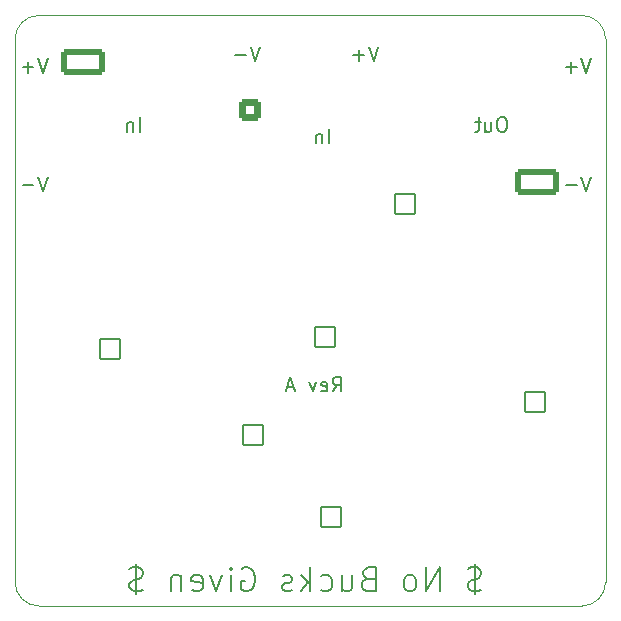
<source format=gbr>
%TF.GenerationSoftware,KiCad,Pcbnew,8.0.1*%
%TF.CreationDate,2024-04-20T12:15:38+02:00*%
%TF.ProjectId,nbg,6e62672e-6b69-4636-9164-5f7063625858,rev?*%
%TF.SameCoordinates,Original*%
%TF.FileFunction,Legend,Bot*%
%TF.FilePolarity,Positive*%
%FSLAX46Y46*%
G04 Gerber Fmt 4.6, Leading zero omitted, Abs format (unit mm)*
G04 Created by KiCad (PCBNEW 8.0.1) date 2024-04-20 12:15:38*
%MOMM*%
%LPD*%
G01*
G04 APERTURE LIST*
G04 Aperture macros list*
%AMRoundRect*
0 Rectangle with rounded corners*
0 $1 Rounding radius*
0 $2 $3 $4 $5 $6 $7 $8 $9 X,Y pos of 4 corners*
0 Add a 4 corners polygon primitive as box body*
4,1,4,$2,$3,$4,$5,$6,$7,$8,$9,$2,$3,0*
0 Add four circle primitives for the rounded corners*
1,1,$1+$1,$2,$3*
1,1,$1+$1,$4,$5*
1,1,$1+$1,$6,$7*
1,1,$1+$1,$8,$9*
0 Add four rect primitives between the rounded corners*
20,1,$1+$1,$2,$3,$4,$5,0*
20,1,$1+$1,$4,$5,$6,$7,0*
20,1,$1+$1,$6,$7,$8,$9,0*
20,1,$1+$1,$8,$9,$2,$3,0*%
G04 Aperture macros list end*
%ADD10C,0.200000*%
%ADD11RoundRect,0.050000X-0.850000X0.850000X-0.850000X-0.850000X0.850000X-0.850000X0.850000X0.850000X0*%
%ADD12O,1.800000X1.800000*%
%ADD13RoundRect,0.262019X1.587981X-0.827981X1.587981X0.827981X-1.587981X0.827981X-1.587981X-0.827981X0*%
%ADD14O,3.700000X2.180000*%
%ADD15RoundRect,0.050000X-0.850000X-0.850000X0.850000X-0.850000X0.850000X0.850000X-0.850000X0.850000X0*%
%ADD16RoundRect,0.262019X-1.587981X0.827981X-1.587981X-0.827981X1.587981X-0.827981X1.587981X0.827981X0*%
%ADD17RoundRect,0.050000X0.850000X-0.850000X0.850000X0.850000X-0.850000X0.850000X-0.850000X-0.850000X0*%
%ADD18RoundRect,0.264706X0.635294X-0.635294X0.635294X0.635294X-0.635294X0.635294X-0.635294X-0.635294X0*%
%ADD19C,1.800000*%
%ADD20RoundRect,0.050000X0.850000X0.850000X-0.850000X0.850000X-0.850000X-0.850000X0.850000X-0.850000X0*%
%ADD21C,0.700000*%
%TA.AperFunction,Profile*%
%ADD22C,0.050000*%
%TD*%
G04 APERTURE END LIST*
D10*
X55582707Y-59842742D02*
X55582707Y-58642742D01*
X55011278Y-59042742D02*
X55011278Y-59842742D01*
X55011278Y-59157028D02*
X54954135Y-59099885D01*
X54954135Y-59099885D02*
X54839850Y-59042742D01*
X54839850Y-59042742D02*
X54668421Y-59042742D01*
X54668421Y-59042742D02*
X54554135Y-59099885D01*
X54554135Y-59099885D02*
X54496993Y-59214171D01*
X54496993Y-59214171D02*
X54496993Y-59842742D01*
X75754136Y-52642742D02*
X75354136Y-53842742D01*
X75354136Y-53842742D02*
X74954136Y-52642742D01*
X74554136Y-53385600D02*
X73639851Y-53385600D01*
X74096993Y-53842742D02*
X74096993Y-52928457D01*
X93754136Y-63642742D02*
X93354136Y-64842742D01*
X93354136Y-64842742D02*
X92954136Y-63642742D01*
X92554136Y-64385600D02*
X91639851Y-64385600D01*
X86354136Y-58642742D02*
X86125564Y-58642742D01*
X86125564Y-58642742D02*
X86011279Y-58699885D01*
X86011279Y-58699885D02*
X85896993Y-58814171D01*
X85896993Y-58814171D02*
X85839850Y-59042742D01*
X85839850Y-59042742D02*
X85839850Y-59442742D01*
X85839850Y-59442742D02*
X85896993Y-59671314D01*
X85896993Y-59671314D02*
X86011279Y-59785600D01*
X86011279Y-59785600D02*
X86125564Y-59842742D01*
X86125564Y-59842742D02*
X86354136Y-59842742D01*
X86354136Y-59842742D02*
X86468422Y-59785600D01*
X86468422Y-59785600D02*
X86582707Y-59671314D01*
X86582707Y-59671314D02*
X86639850Y-59442742D01*
X86639850Y-59442742D02*
X86639850Y-59042742D01*
X86639850Y-59042742D02*
X86582707Y-58814171D01*
X86582707Y-58814171D02*
X86468422Y-58699885D01*
X86468422Y-58699885D02*
X86354136Y-58642742D01*
X84811279Y-59042742D02*
X84811279Y-59842742D01*
X85325564Y-59042742D02*
X85325564Y-59671314D01*
X85325564Y-59671314D02*
X85268421Y-59785600D01*
X85268421Y-59785600D02*
X85154136Y-59842742D01*
X85154136Y-59842742D02*
X84982707Y-59842742D01*
X84982707Y-59842742D02*
X84868421Y-59785600D01*
X84868421Y-59785600D02*
X84811279Y-59728457D01*
X84411279Y-59042742D02*
X83954136Y-59042742D01*
X84239850Y-58642742D02*
X84239850Y-59671314D01*
X84239850Y-59671314D02*
X84182707Y-59785600D01*
X84182707Y-59785600D02*
X84068422Y-59842742D01*
X84068422Y-59842742D02*
X83954136Y-59842742D01*
X84487469Y-98649600D02*
X84201755Y-98744838D01*
X84201755Y-98744838D02*
X83725564Y-98744838D01*
X83725564Y-98744838D02*
X83535088Y-98649600D01*
X83535088Y-98649600D02*
X83439850Y-98554361D01*
X83439850Y-98554361D02*
X83344612Y-98363885D01*
X83344612Y-98363885D02*
X83344612Y-98173409D01*
X83344612Y-98173409D02*
X83439850Y-97982933D01*
X83439850Y-97982933D02*
X83535088Y-97887695D01*
X83535088Y-97887695D02*
X83725564Y-97792457D01*
X83725564Y-97792457D02*
X84106517Y-97697219D01*
X84106517Y-97697219D02*
X84296993Y-97601980D01*
X84296993Y-97601980D02*
X84392231Y-97506742D01*
X84392231Y-97506742D02*
X84487469Y-97316266D01*
X84487469Y-97316266D02*
X84487469Y-97125790D01*
X84487469Y-97125790D02*
X84392231Y-96935314D01*
X84392231Y-96935314D02*
X84296993Y-96840076D01*
X84296993Y-96840076D02*
X84106517Y-96744838D01*
X84106517Y-96744838D02*
X83630326Y-96744838D01*
X83630326Y-96744838D02*
X83344612Y-96840076D01*
X83916041Y-96459123D02*
X83916041Y-99030552D01*
X80963659Y-98744838D02*
X80963659Y-96744838D01*
X80963659Y-96744838D02*
X79820802Y-98744838D01*
X79820802Y-98744838D02*
X79820802Y-96744838D01*
X78582707Y-98744838D02*
X78773183Y-98649600D01*
X78773183Y-98649600D02*
X78868421Y-98554361D01*
X78868421Y-98554361D02*
X78963659Y-98363885D01*
X78963659Y-98363885D02*
X78963659Y-97792457D01*
X78963659Y-97792457D02*
X78868421Y-97601980D01*
X78868421Y-97601980D02*
X78773183Y-97506742D01*
X78773183Y-97506742D02*
X78582707Y-97411504D01*
X78582707Y-97411504D02*
X78296992Y-97411504D01*
X78296992Y-97411504D02*
X78106516Y-97506742D01*
X78106516Y-97506742D02*
X78011278Y-97601980D01*
X78011278Y-97601980D02*
X77916040Y-97792457D01*
X77916040Y-97792457D02*
X77916040Y-98363885D01*
X77916040Y-98363885D02*
X78011278Y-98554361D01*
X78011278Y-98554361D02*
X78106516Y-98649600D01*
X78106516Y-98649600D02*
X78296992Y-98744838D01*
X78296992Y-98744838D02*
X78582707Y-98744838D01*
X74868420Y-97697219D02*
X74582706Y-97792457D01*
X74582706Y-97792457D02*
X74487468Y-97887695D01*
X74487468Y-97887695D02*
X74392230Y-98078171D01*
X74392230Y-98078171D02*
X74392230Y-98363885D01*
X74392230Y-98363885D02*
X74487468Y-98554361D01*
X74487468Y-98554361D02*
X74582706Y-98649600D01*
X74582706Y-98649600D02*
X74773182Y-98744838D01*
X74773182Y-98744838D02*
X75535087Y-98744838D01*
X75535087Y-98744838D02*
X75535087Y-96744838D01*
X75535087Y-96744838D02*
X74868420Y-96744838D01*
X74868420Y-96744838D02*
X74677944Y-96840076D01*
X74677944Y-96840076D02*
X74582706Y-96935314D01*
X74582706Y-96935314D02*
X74487468Y-97125790D01*
X74487468Y-97125790D02*
X74487468Y-97316266D01*
X74487468Y-97316266D02*
X74582706Y-97506742D01*
X74582706Y-97506742D02*
X74677944Y-97601980D01*
X74677944Y-97601980D02*
X74868420Y-97697219D01*
X74868420Y-97697219D02*
X75535087Y-97697219D01*
X72677944Y-97411504D02*
X72677944Y-98744838D01*
X73535087Y-97411504D02*
X73535087Y-98459123D01*
X73535087Y-98459123D02*
X73439849Y-98649600D01*
X73439849Y-98649600D02*
X73249373Y-98744838D01*
X73249373Y-98744838D02*
X72963658Y-98744838D01*
X72963658Y-98744838D02*
X72773182Y-98649600D01*
X72773182Y-98649600D02*
X72677944Y-98554361D01*
X70868420Y-98649600D02*
X71058896Y-98744838D01*
X71058896Y-98744838D02*
X71439849Y-98744838D01*
X71439849Y-98744838D02*
X71630325Y-98649600D01*
X71630325Y-98649600D02*
X71725563Y-98554361D01*
X71725563Y-98554361D02*
X71820801Y-98363885D01*
X71820801Y-98363885D02*
X71820801Y-97792457D01*
X71820801Y-97792457D02*
X71725563Y-97601980D01*
X71725563Y-97601980D02*
X71630325Y-97506742D01*
X71630325Y-97506742D02*
X71439849Y-97411504D01*
X71439849Y-97411504D02*
X71058896Y-97411504D01*
X71058896Y-97411504D02*
X70868420Y-97506742D01*
X70011277Y-98744838D02*
X70011277Y-96744838D01*
X69820801Y-97982933D02*
X69249372Y-98744838D01*
X69249372Y-97411504D02*
X70011277Y-98173409D01*
X68487467Y-98649600D02*
X68296991Y-98744838D01*
X68296991Y-98744838D02*
X67916039Y-98744838D01*
X67916039Y-98744838D02*
X67725562Y-98649600D01*
X67725562Y-98649600D02*
X67630324Y-98459123D01*
X67630324Y-98459123D02*
X67630324Y-98363885D01*
X67630324Y-98363885D02*
X67725562Y-98173409D01*
X67725562Y-98173409D02*
X67916039Y-98078171D01*
X67916039Y-98078171D02*
X68201753Y-98078171D01*
X68201753Y-98078171D02*
X68392229Y-97982933D01*
X68392229Y-97982933D02*
X68487467Y-97792457D01*
X68487467Y-97792457D02*
X68487467Y-97697219D01*
X68487467Y-97697219D02*
X68392229Y-97506742D01*
X68392229Y-97506742D02*
X68201753Y-97411504D01*
X68201753Y-97411504D02*
X67916039Y-97411504D01*
X67916039Y-97411504D02*
X67725562Y-97506742D01*
X64201752Y-96840076D02*
X64392228Y-96744838D01*
X64392228Y-96744838D02*
X64677942Y-96744838D01*
X64677942Y-96744838D02*
X64963657Y-96840076D01*
X64963657Y-96840076D02*
X65154133Y-97030552D01*
X65154133Y-97030552D02*
X65249371Y-97221028D01*
X65249371Y-97221028D02*
X65344609Y-97601980D01*
X65344609Y-97601980D02*
X65344609Y-97887695D01*
X65344609Y-97887695D02*
X65249371Y-98268647D01*
X65249371Y-98268647D02*
X65154133Y-98459123D01*
X65154133Y-98459123D02*
X64963657Y-98649600D01*
X64963657Y-98649600D02*
X64677942Y-98744838D01*
X64677942Y-98744838D02*
X64487466Y-98744838D01*
X64487466Y-98744838D02*
X64201752Y-98649600D01*
X64201752Y-98649600D02*
X64106514Y-98554361D01*
X64106514Y-98554361D02*
X64106514Y-97887695D01*
X64106514Y-97887695D02*
X64487466Y-97887695D01*
X63249371Y-98744838D02*
X63249371Y-97411504D01*
X63249371Y-96744838D02*
X63344609Y-96840076D01*
X63344609Y-96840076D02*
X63249371Y-96935314D01*
X63249371Y-96935314D02*
X63154133Y-96840076D01*
X63154133Y-96840076D02*
X63249371Y-96744838D01*
X63249371Y-96744838D02*
X63249371Y-96935314D01*
X62487466Y-97411504D02*
X62011276Y-98744838D01*
X62011276Y-98744838D02*
X61535085Y-97411504D01*
X60011275Y-98649600D02*
X60201751Y-98744838D01*
X60201751Y-98744838D02*
X60582704Y-98744838D01*
X60582704Y-98744838D02*
X60773180Y-98649600D01*
X60773180Y-98649600D02*
X60868418Y-98459123D01*
X60868418Y-98459123D02*
X60868418Y-97697219D01*
X60868418Y-97697219D02*
X60773180Y-97506742D01*
X60773180Y-97506742D02*
X60582704Y-97411504D01*
X60582704Y-97411504D02*
X60201751Y-97411504D01*
X60201751Y-97411504D02*
X60011275Y-97506742D01*
X60011275Y-97506742D02*
X59916037Y-97697219D01*
X59916037Y-97697219D02*
X59916037Y-97887695D01*
X59916037Y-97887695D02*
X60868418Y-98078171D01*
X59058894Y-97411504D02*
X59058894Y-98744838D01*
X59058894Y-97601980D02*
X58963656Y-97506742D01*
X58963656Y-97506742D02*
X58773180Y-97411504D01*
X58773180Y-97411504D02*
X58487465Y-97411504D01*
X58487465Y-97411504D02*
X58296989Y-97506742D01*
X58296989Y-97506742D02*
X58201751Y-97697219D01*
X58201751Y-97697219D02*
X58201751Y-98744838D01*
X55820798Y-98649600D02*
X55535084Y-98744838D01*
X55535084Y-98744838D02*
X55058893Y-98744838D01*
X55058893Y-98744838D02*
X54868417Y-98649600D01*
X54868417Y-98649600D02*
X54773179Y-98554361D01*
X54773179Y-98554361D02*
X54677941Y-98363885D01*
X54677941Y-98363885D02*
X54677941Y-98173409D01*
X54677941Y-98173409D02*
X54773179Y-97982933D01*
X54773179Y-97982933D02*
X54868417Y-97887695D01*
X54868417Y-97887695D02*
X55058893Y-97792457D01*
X55058893Y-97792457D02*
X55439846Y-97697219D01*
X55439846Y-97697219D02*
X55630322Y-97601980D01*
X55630322Y-97601980D02*
X55725560Y-97506742D01*
X55725560Y-97506742D02*
X55820798Y-97316266D01*
X55820798Y-97316266D02*
X55820798Y-97125790D01*
X55820798Y-97125790D02*
X55725560Y-96935314D01*
X55725560Y-96935314D02*
X55630322Y-96840076D01*
X55630322Y-96840076D02*
X55439846Y-96744838D01*
X55439846Y-96744838D02*
X54963655Y-96744838D01*
X54963655Y-96744838D02*
X54677941Y-96840076D01*
X55249370Y-96459123D02*
X55249370Y-99030552D01*
X71582707Y-60842742D02*
X71582707Y-59642742D01*
X71011278Y-60042742D02*
X71011278Y-60842742D01*
X71011278Y-60157028D02*
X70954135Y-60099885D01*
X70954135Y-60099885D02*
X70839850Y-60042742D01*
X70839850Y-60042742D02*
X70668421Y-60042742D01*
X70668421Y-60042742D02*
X70554135Y-60099885D01*
X70554135Y-60099885D02*
X70496993Y-60214171D01*
X70496993Y-60214171D02*
X70496993Y-60842742D01*
X71896993Y-81842742D02*
X72296993Y-81271314D01*
X72582707Y-81842742D02*
X72582707Y-80642742D01*
X72582707Y-80642742D02*
X72125564Y-80642742D01*
X72125564Y-80642742D02*
X72011279Y-80699885D01*
X72011279Y-80699885D02*
X71954136Y-80757028D01*
X71954136Y-80757028D02*
X71896993Y-80871314D01*
X71896993Y-80871314D02*
X71896993Y-81042742D01*
X71896993Y-81042742D02*
X71954136Y-81157028D01*
X71954136Y-81157028D02*
X72011279Y-81214171D01*
X72011279Y-81214171D02*
X72125564Y-81271314D01*
X72125564Y-81271314D02*
X72582707Y-81271314D01*
X70925564Y-81785600D02*
X71039850Y-81842742D01*
X71039850Y-81842742D02*
X71268422Y-81842742D01*
X71268422Y-81842742D02*
X71382707Y-81785600D01*
X71382707Y-81785600D02*
X71439850Y-81671314D01*
X71439850Y-81671314D02*
X71439850Y-81214171D01*
X71439850Y-81214171D02*
X71382707Y-81099885D01*
X71382707Y-81099885D02*
X71268422Y-81042742D01*
X71268422Y-81042742D02*
X71039850Y-81042742D01*
X71039850Y-81042742D02*
X70925564Y-81099885D01*
X70925564Y-81099885D02*
X70868422Y-81214171D01*
X70868422Y-81214171D02*
X70868422Y-81328457D01*
X70868422Y-81328457D02*
X71439850Y-81442742D01*
X70468422Y-81042742D02*
X70182708Y-81842742D01*
X70182708Y-81842742D02*
X69896993Y-81042742D01*
X68582707Y-81499885D02*
X68011279Y-81499885D01*
X68696993Y-81842742D02*
X68296993Y-80642742D01*
X68296993Y-80642742D02*
X67896993Y-81842742D01*
X65754136Y-52642742D02*
X65354136Y-53842742D01*
X65354136Y-53842742D02*
X64954136Y-52642742D01*
X64554136Y-53385600D02*
X63639851Y-53385600D01*
X47754136Y-63642742D02*
X47354136Y-64842742D01*
X47354136Y-64842742D02*
X46954136Y-63642742D01*
X46554136Y-64385600D02*
X45639851Y-64385600D01*
X47754136Y-53642742D02*
X47354136Y-54842742D01*
X47354136Y-54842742D02*
X46954136Y-53642742D01*
X46554136Y-54385600D02*
X45639851Y-54385600D01*
X46096993Y-54842742D02*
X46096993Y-53928457D01*
X93754136Y-53642742D02*
X93354136Y-54842742D01*
X93354136Y-54842742D02*
X92954136Y-53642742D01*
X92554136Y-54385600D02*
X91639851Y-54385600D01*
X92096993Y-54842742D02*
X92096993Y-53928457D01*
%LPC*%
D11*
%TO.C,J7*%
X71775000Y-92500000D03*
D12*
X69235000Y-92500000D03*
%TD*%
D13*
%TO.C,J6*%
X89222500Y-64080000D03*
D14*
X89222500Y-59000000D03*
X89222500Y-53920000D03*
%TD*%
D15*
%TO.C,J8*%
X89000000Y-82725000D03*
D12*
X89000000Y-85265000D03*
%TD*%
D11*
%TO.C,J1*%
X78000000Y-66000000D03*
D12*
X75460000Y-66000000D03*
%TD*%
D16*
%TO.C,J5*%
X50777500Y-53920000D03*
D14*
X50777500Y-59000000D03*
X50777500Y-64080000D03*
%TD*%
D11*
%TO.C,J4*%
X65133800Y-85500000D03*
D12*
X62593800Y-85500000D03*
%TD*%
D17*
%TO.C,J3*%
X71225000Y-77199200D03*
D12*
X73765000Y-77199200D03*
%TD*%
D18*
%TO.C,J9*%
X64920000Y-58000000D03*
D19*
X64920000Y-55460000D03*
X67460000Y-58000000D03*
X67460000Y-55460000D03*
X70000000Y-58000000D03*
X70000000Y-55460000D03*
X72540000Y-58000000D03*
X72540000Y-55460000D03*
X75080000Y-58000000D03*
X75080000Y-55460000D03*
%TD*%
D20*
%TO.C,J2*%
X53000000Y-78275000D03*
D12*
X53000000Y-75735000D03*
%TD*%
D21*
X85790339Y-88318963D03*
X82500000Y-70000000D03*
X77647600Y-69998819D03*
X55000000Y-72500000D03*
X55000000Y-67500000D03*
X52500000Y-62500000D03*
X77500000Y-62500000D03*
X62500000Y-62500000D03*
X82500000Y-62500000D03*
X67500000Y-62500000D03*
X72500000Y-62500000D03*
X57500000Y-62500000D03*
X87500000Y-57500000D03*
X87500000Y-82500000D03*
X87500000Y-67500000D03*
X87500000Y-72500000D03*
X87500000Y-77500000D03*
X87500000Y-62500000D03*
X92500000Y-67500000D03*
X92500000Y-92500000D03*
X92500000Y-77500000D03*
X92500000Y-97500000D03*
X92500000Y-82500000D03*
X92500000Y-87500000D03*
X92500000Y-62500000D03*
X92500000Y-57500000D03*
X92500000Y-52500000D03*
X87500000Y-52500000D03*
X82500000Y-52500000D03*
X77500000Y-52500000D03*
X72500000Y-52500000D03*
X67500000Y-52500000D03*
X62500000Y-52500000D03*
X57500000Y-52500000D03*
X47500000Y-52500000D03*
X47500000Y-57500000D03*
X47500000Y-62500000D03*
X47500000Y-67500000D03*
X47500000Y-72500000D03*
X47500000Y-77500000D03*
X47500000Y-97500000D03*
X47500000Y-92500000D03*
X47500000Y-87500000D03*
X47500000Y-82500000D03*
X50000000Y-80000000D03*
X55000000Y-80000000D03*
X60000000Y-80000000D03*
X65000000Y-80000000D03*
X70000000Y-80000000D03*
X65000000Y-90000000D03*
X70000000Y-90000000D03*
X70000000Y-85000000D03*
X75000000Y-82500000D03*
X75000000Y-87500000D03*
X65000000Y-95000000D03*
X70000000Y-95000000D03*
X75000000Y-95000000D03*
X76942449Y-98390697D03*
X71203728Y-98079850D03*
X66774152Y-98169517D03*
X62111440Y-96651147D03*
X82000000Y-98000000D03*
X81000000Y-88500000D03*
X54288800Y-86014000D03*
X50682000Y-90382800D03*
X63900000Y-66199200D03*
X78100000Y-87300000D03*
X84000000Y-86800000D03*
X54288800Y-86928400D03*
X67500000Y-72299200D03*
X54288800Y-83423200D03*
X81000000Y-90500000D03*
X54288800Y-82508800D03*
X54288800Y-81594400D03*
X79900000Y-95600000D03*
X74500000Y-72099200D03*
X84000000Y-86000000D03*
X81000000Y-89500000D03*
X84000000Y-83300000D03*
X71000000Y-72099200D03*
X84000000Y-85200000D03*
X50682000Y-89468400D03*
X71900000Y-72099200D03*
X50682000Y-88604800D03*
X84000000Y-81700000D03*
X68400000Y-72299200D03*
X84000000Y-82500000D03*
X75400000Y-72099200D03*
X82000000Y-95900000D03*
X73600000Y-72099200D03*
X70100000Y-72099200D03*
X66600000Y-72299200D03*
X78662500Y-77900000D03*
X54288800Y-85099600D03*
X79587500Y-80587500D03*
X51800000Y-95900000D03*
X67001600Y-73799200D03*
X58670400Y-69125600D03*
X52002800Y-96986800D03*
X55863600Y-89519200D03*
X66595200Y-69125600D03*
X68400000Y-69099200D03*
X67500000Y-69099200D03*
X60905600Y-70243200D03*
X53780800Y-90433600D03*
X53780800Y-89519200D03*
X49900000Y-93050000D03*
X53780800Y-88604800D03*
X84200000Y-89500000D03*
X84200000Y-88500000D03*
X84200000Y-90500000D03*
%LPD*%
D22*
X93000000Y-50000000D02*
G75*
G02*
X95000000Y-52000000I0J-2000000D01*
G01*
X93000000Y-50000000D02*
X47000000Y-50000000D01*
X47000000Y-100000000D02*
G75*
G02*
X45000000Y-98000000I0J2000000D01*
G01*
X95000000Y-98000000D02*
G75*
G02*
X93000000Y-100000000I-2000000J0D01*
G01*
X47000000Y-100000000D02*
X93000000Y-100000000D01*
X45000000Y-52000000D02*
X45000000Y-98000000D01*
X95000000Y-98000000D02*
X95000000Y-52000000D01*
X45000000Y-52000000D02*
G75*
G02*
X47000000Y-50000000I2000000J0D01*
G01*
M02*

</source>
